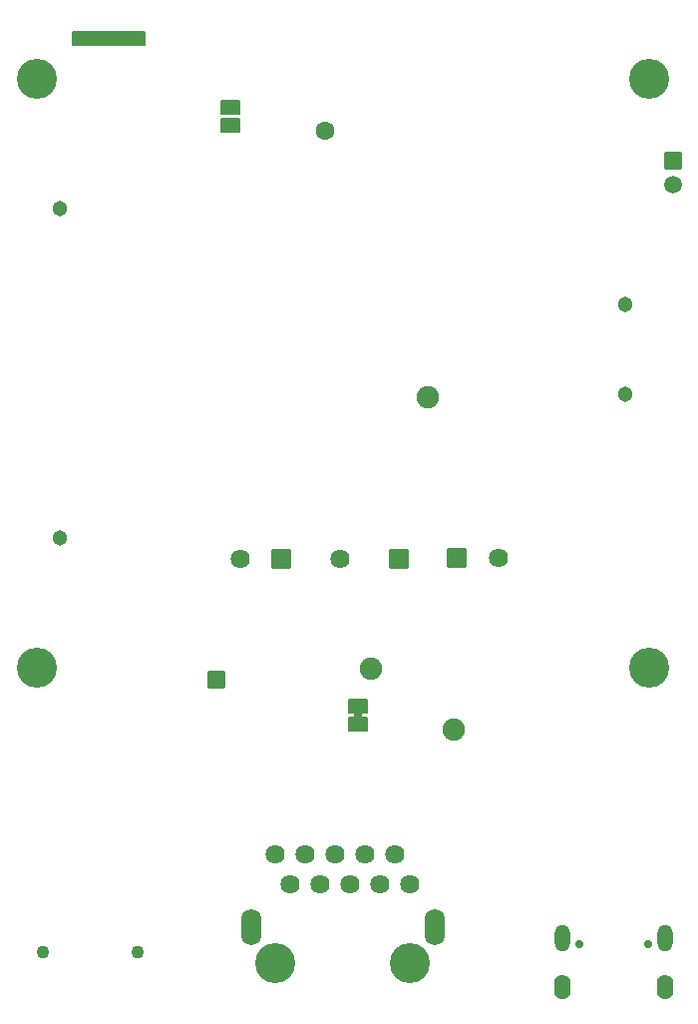
<source format=gbr>
%TF.GenerationSoftware,KiCad,Pcbnew,7.0.9-7.0.9~ubuntu22.04.1*%
%TF.CreationDate,2024-03-05T16:37:04+02:00*%
%TF.ProjectId,ESP32-PoE2_Rev_B,45535033-322d-4506-9f45-325f5265765f,B*%
%TF.SameCoordinates,PX4c4b3ffPYa21fe81*%
%TF.FileFunction,Soldermask,Bot*%
%TF.FilePolarity,Negative*%
%FSLAX46Y46*%
G04 Gerber Fmt 4.6, Leading zero omitted, Abs format (unit mm)*
G04 Created by KiCad (PCBNEW 7.0.9-7.0.9~ubuntu22.04.1) date 2024-03-05 16:37:04*
%MOMM*%
%LPD*%
G01*
G04 APERTURE LIST*
G04 Aperture macros list*
%AMRoundRect*
0 Rectangle with rounded corners*
0 $1 Rounding radius*
0 $2 $3 $4 $5 $6 $7 $8 $9 X,Y pos of 4 corners*
0 Add a 4 corners polygon primitive as box body*
4,1,4,$2,$3,$4,$5,$6,$7,$8,$9,$2,$3,0*
0 Add four circle primitives for the rounded corners*
1,1,$1+$1,$2,$3*
1,1,$1+$1,$4,$5*
1,1,$1+$1,$6,$7*
1,1,$1+$1,$8,$9*
0 Add four rect primitives between the rounded corners*
20,1,$1+$1,$2,$3,$4,$5,0*
20,1,$1+$1,$4,$5,$6,$7,0*
20,1,$1+$1,$6,$7,$8,$9,0*
20,1,$1+$1,$8,$9,$2,$3,0*%
G04 Aperture macros list end*
%ADD10C,1.601600*%
%ADD11RoundRect,0.050800X0.711200X-0.711200X0.711200X0.711200X-0.711200X0.711200X-0.711200X-0.711200X0*%
%ADD12C,1.301600*%
%ADD13C,3.401601*%
%ADD14O,1.701600X3.101599*%
%ADD15C,1.625600*%
%ADD16RoundRect,0.050800X-0.762000X-0.762000X0.762000X-0.762000X0.762000X0.762000X-0.762000X0.762000X0*%
%ADD17RoundRect,0.050800X0.762000X0.762000X-0.762000X0.762000X-0.762000X-0.762000X0.762000X-0.762000X0*%
%ADD18C,1.901600*%
%ADD19RoundRect,0.050800X-0.700000X0.700000X-0.700000X-0.700000X0.700000X-0.700000X0.700000X0.700000X0*%
%ADD20C,1.501600*%
%ADD21C,1.101600*%
%ADD22C,0.701600*%
%ADD23O,1.301600X2.301600*%
%ADD24O,1.401600X2.101600*%
%ADD25RoundRect,0.050800X0.800100X-0.584200X0.800100X0.584200X-0.800100X0.584200X-0.800100X-0.584200X0*%
%ADD26RoundRect,0.050800X0.254000X-0.381000X0.254000X0.381000X-0.254000X0.381000X-0.254000X-0.381000X0*%
G04 APERTURE END LIST*
D10*
X28500001Y74600001D03*
D11*
X19250001Y28000001D03*
D12*
X54000001Y59810001D03*
X54000001Y52190001D03*
D13*
X24285001Y4000001D03*
X35715001Y4000001D03*
D14*
X22200001Y7050001D03*
X37800001Y7050001D03*
D15*
X24285001Y13190001D03*
X25555001Y10650001D03*
X26825001Y13190001D03*
X28095001Y10650001D03*
X29365001Y13190001D03*
X30635001Y10650001D03*
X31905001Y13190001D03*
X33175001Y10650001D03*
X34445001Y13190001D03*
X35715001Y10650001D03*
X29750001Y38250001D03*
D16*
X34750001Y38250001D03*
D15*
X43190001Y38301001D03*
D17*
X39690001Y38301001D03*
D18*
X39395001Y23750001D03*
D13*
X4000001Y29000001D03*
X4000001Y79000001D03*
X56000001Y79000001D03*
D19*
X58035681Y72028701D03*
D20*
X58038221Y69999241D03*
D18*
X32365001Y28950001D03*
D15*
X21250001Y38250001D03*
D16*
X24750001Y38250001D03*
D21*
X12548001Y4867801D03*
X4547001Y4867801D03*
D18*
X37250001Y51950001D03*
D22*
X55890001Y5598001D03*
X50110001Y5598001D03*
D23*
X57320001Y6098001D03*
X48680001Y6098001D03*
D24*
X57320001Y1918001D03*
X48680001Y1918001D03*
D13*
X56000001Y29000001D03*
D12*
X6000001Y67970001D03*
X6000001Y40030001D03*
D25*
X20457001Y75004001D03*
X20457001Y76528001D03*
X31252001Y24204001D03*
X31252001Y24204001D03*
D26*
X31252001Y24712001D03*
X31252001Y25220001D03*
D25*
X31252001Y25728001D03*
G36*
X13192122Y82991999D02*
G01*
X13238615Y82938343D01*
X13250001Y82886001D01*
X13250001Y81876001D01*
X13229999Y81807880D01*
X13176343Y81761387D01*
X13124001Y81750001D01*
X7109501Y81750001D01*
X7041380Y81770003D01*
X6994887Y81823659D01*
X6983501Y81876001D01*
X6983501Y82886001D01*
X7003503Y82954122D01*
X7057159Y83000615D01*
X7109501Y83012001D01*
X13124001Y83012001D01*
X13192122Y82991999D01*
G37*
M02*

</source>
